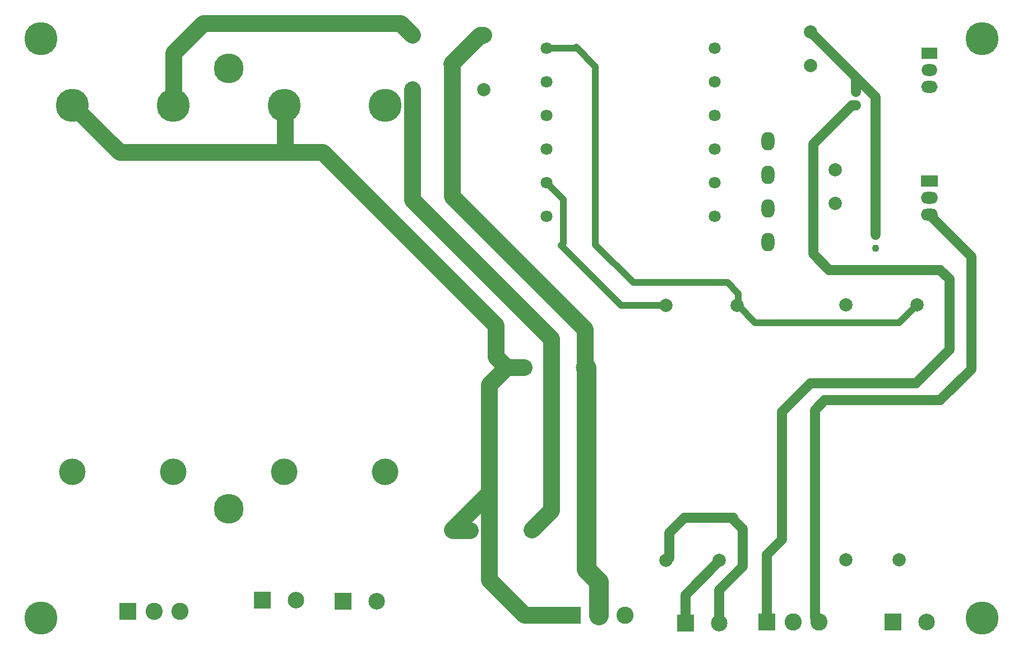
<source format=gtl>
G04 Layer: TopLayer*
G04 EasyEDA Pro v2.1.63.af010a1c.225d47, 2024-07-27 17:45:37*
G04 Gerber Generator version 0.3*
G04 Scale: 100 percent, Rotated: No, Reflected: No*
G04 Dimensions in millimeters*
G04 Leading zeros omitted, absolute positions, 3 integers and 5 decimals*
%FSLAX35Y35*%
%MOMM*%
%ADD10C,2.49999*%
%ADD11C,1.8*%
%ADD12O,2.59999X1.8*%
%ADD13R,2.59999X1.8*%
%ADD14O,2.4X1.8*%
%ADD15O,2.5X1.8*%
%ADD16R,2.4X1.8*%
%ADD17C,2.0*%
%ADD18R,2.59999X2.59999*%
%ADD19C,2.59999*%
%ADD20R,2.49999X2.49999*%
%ADD21C,5.0*%
%ADD22O,2.0X2.79999*%
%ADD23C,1.1*%
%ADD24C,4.0*%
%ADD25C,4.5*%
%ADD26C,2.54*%
%ADD27C,1.0*%
%ADD28C,1.5*%
%ADD29C,3.0*%
G75*


G04 Pad Start*
G54D10*
G01X6858000Y1790700D03*
G01X7670800Y4254500D03*
G54D11*
G01X8013700Y9080500D03*
G01X8013700Y8572500D03*
G01X8013700Y8064500D03*
G01X8013700Y7556500D03*
G01X8013700Y7048500D03*
G01X8013700Y6540500D03*
G01X10553700Y9080500D03*
G01X10553700Y8572500D03*
G01X10553700Y8064500D03*
G01X10553700Y7556500D03*
G01X10553700Y7048500D03*
G01X10553700Y6540500D03*
G54D12*
G01X13792695Y6819913D03*
G01X13791705Y6565887D03*
G54D13*
G01X13792695Y7073913D03*
G54D14*
G01X13792200Y8750300D03*
G54D15*
G01X13792200Y8496300D03*
G54D16*
G01X13792200Y9004300D03*
G54D17*
G01X7067800Y8451000D03*
G01X5987800Y9271000D03*
G01X7067800Y9271000D03*
G01X5987800Y8451000D03*
G54D10*
G01X6593667Y1797181D03*
G01X7793664Y1797181D03*
G01X8575599Y4254500D03*
G01X7375601Y4254500D03*
G54D18*
G01X1686801Y571500D03*
G54D19*
G01X2082813Y571500D03*
G01X2478799Y571500D03*
G54D20*
G01X3721100Y736600D03*
G54D10*
G01X4229100Y736600D03*
G54D20*
G01X4940300Y723900D03*
G54D10*
G01X5448300Y723900D03*
G54D21*
G01X375000Y9225000D03*
G01X375000Y470000D03*
G01X14590000Y470000D03*
G01X14590000Y9225000D03*
G54D18*
G01X8405101Y508000D03*
G54D19*
G01X8801113Y508000D03*
G01X9197099Y508000D03*
G54D17*
G01X12369800Y7239000D03*
G01X12369800Y6731000D03*
G01X12001500Y9321800D03*
G01X12001500Y8813800D03*
G54D22*
G01X11353800Y7670800D03*
G01X11353800Y7162800D03*
G01X11353800Y6654800D03*
G01X11353800Y6146800D03*
G54D18*
G01X11338801Y406400D03*
G54D19*
G01X11734813Y406400D03*
G01X12130799Y406400D03*
G54D23*
G01X12979400Y6259500D03*
G01X12979400Y6059500D03*
G01X12687300Y8218500D03*
G01X12687300Y8418500D03*
G54D17*
G01X9819200Y5188900D03*
G01X10894200Y5188900D03*
G01X9819200Y1338900D03*
G01X10619200Y1338900D03*
G01X12537000Y5201600D03*
G01X13612000Y5201600D03*
G01X12537000Y1351600D03*
G01X13337000Y1351600D03*
G54D20*
G01X10109200Y393700D03*
G54D10*
G01X10617200Y393700D03*
G54D20*
G01X13246100Y406400D03*
G54D10*
G01X13754100Y406400D03*
G54D24*
G01X853100Y2678300D03*
G01X2373100Y2678300D03*
G01X4053100Y2678300D03*
G01X5573100Y2678300D03*
G54D21*
G01X2373100Y8218300D03*
G01X853100Y8218300D03*
G01X5573100Y8218300D03*
G01X4053100Y8218300D03*
G54D25*
G01X3213100Y8773300D03*
G01X3213100Y2123300D03*
G04 Pad End*

G04 Track Start*
G54D26*
G01X2385800Y8358000D02*
G01X2385800Y9002500D01*
G01X2832100Y9448800D01*
G01X5810000D01*
G01X5987800Y9271000D01*
G54D27*
G01X10906900Y5188900D02*
G01X11163300Y4932500D01*
G01Y4927600D01*
G01X13338000D01*
G01X13612000Y5201600D01*
G54D26*
G01X8405101Y508000D02*
G01X7683500Y508000D01*
G01X4065800Y8205600D02*
G01X4053100Y8218300D01*
G01X4065800Y7556500D02*
G01X4065800Y8205600D01*
G01X1565700Y7505700D02*
G01X853100Y8218300D01*
G01X6591300Y8826500D02*
G01X6578600Y8839200D01*
G01X7010400Y9271000D01*
G01X7067800D01*
G01X4635500Y7505700D02*
G01X1565700Y7505700D01*
G01X5987800Y6788400D02*
G01X5987800Y8451000D01*
G01X6591300Y6832600D02*
G01X6591300Y8826500D01*
G54D27*
G01X8013700Y7048500D02*
G01X8267700Y6794500D01*
G01X8267700Y6134100D02*
G01X8229600Y6096000D01*
G01X9136700Y5188900D01*
G01X9831900D01*
G01X8267700Y6794500D02*
G01X8267700Y6134100D01*
G01X8013700Y9080500D02*
G01X8445500Y9080500D01*
G01X8458200Y9093200D01*
G01X8750300Y8801100D01*
G01Y6108700D01*
G01X9321800Y5537200D01*
G01X10744200D01*
G01X10906900Y5374500D01*
G01Y5188900D01*
G54D28*
G01X12001500Y9321800D02*
G01X12687300Y8636000D01*
G01Y8418500D01*
G01X12687300Y8636000D02*
G01X12979400Y8343900D01*
G01Y6259500D01*
G01X13791705Y6565887D02*
G01X14427200Y5930392D01*
G01X12065000Y472199D02*
G01X12130799Y406400D01*
G01X12687300Y8218500D02*
G01X12625400Y8218500D01*
G01X12039600Y7632700D01*
G01Y5969000D01*
G01X11569700Y3581400D02*
G01X11569700Y1651000D01*
G01X11341100Y1422400D01*
G01Y408699D01*
G01X11338801Y406400D01*
G01X10631900Y1338900D02*
G01X10109200Y816200D01*
G01Y393700D01*
G01X10617200Y393700D02*
G01X10617200Y889000D01*
G01X10972800Y1244600D02*
G01X10972800Y1816100D01*
G01X10833100Y1955800D01*
G01Y1981200D01*
G01X10096500D01*
G01X9867900Y1752600D01*
G01Y1374900D01*
G01X9831900Y1338900D01*
G01X10617200Y889000D02*
G01X10972800Y1244600D01*
G01X12039600Y5969000D02*
G01X12280900Y5727700D01*
G01X13957300D01*
G01X14097000Y5588000D01*
G01X14427200Y5930392D02*
G01X14427200Y4229100D01*
G01X14097000Y5588000D02*
G01X14097000Y4521200D01*
G01X14427200Y4229100D02*
G01X13957300Y3759200D01*
G01X12215000D01*
G01X12065000Y3609200D01*
G01Y472199D01*
G01X14097000Y4521200D02*
G01X13589000Y4013200D01*
G01X12001500D01*
G01X11569700Y3581400D01*
G54D29*
G01X8801113Y508000D02*
G01X8801113Y1015987D01*
G01X8613699Y1203401D01*
G01Y4254500D01*
G54D26*
G01X6858000Y1790700D02*
G01X6600148Y1790700D01*
G01X6593667Y1797181D01*
G01X7413701Y4254500D02*
G01X7251700Y4416501D01*
G01Y4889500D01*
G01X4635500Y7505700D01*
G01X7793664Y1797181D02*
G01X8089900Y2093417D01*
G01Y4686300D01*
G01X5987800Y6788400D01*
G01X7670800Y4254500D02*
G01X7413701Y4254500D01*
G01X7150100Y2353615D02*
G01X6593667Y1797181D01*
G01X7150100Y2353615D02*
G01X7150100Y1041400D01*
G01X7683500Y508000D01*
G01X7413701Y4254500D02*
G01X7150100Y3990899D01*
G01Y2353615D01*
G01X8613699Y4254500D02*
G01X8597900Y4270299D01*
G01Y4826000D01*
G01X6591300Y6832600D01*
G04 Track End*

M02*

</source>
